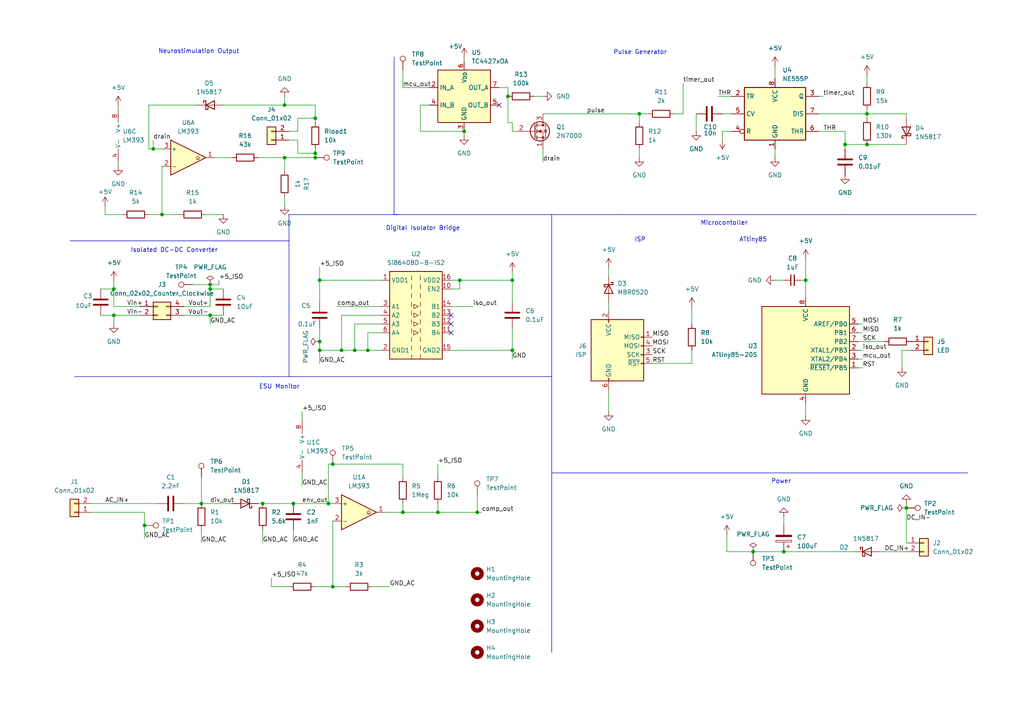
<source format=kicad_sch>
(kicad_sch (version 20250114) (generator "eeschema") (generator_version "9.0")
  (paper "A4")
  (lib_symbols
    (symbol "Comparator:LM393" (pin_names (offset 0.127))
      (property "Reference" "U" (at 3.81 3.81 0))
      (property "Value" "LM393" (at 6.35 -3.81 0))
      (symbol "LM393_1_1"
        (pin input line (at -7.62 2.54 0) (length 2.54) (name "+") (number "3"))
        (pin input line (at -7.62 -2.54 0) (length 2.54) (name "-") (number "2"))
        (pin open_collector line (at 7.62 0 180) (length 2.54) (name "~") (number "1"))
      )
      (symbol "LM393_2_1"
        (pin input line (at -7.62 2.54 0) (length 2.54) (name "+") (number "5"))
        (pin input line (at -7.62 -2.54 0) (length 2.54) (name "-") (number "6"))
        (pin open_collector line (at 7.62 0 180) (length 2.54) (name "~") (number "7"))
      )
      (symbol "LM393_3_1"
        (pin power_in line (at -2.54 7.62 270) (length 3.81) (name "V+") (number "8"))
        (pin power_in line (at -2.54 -7.62 90) (length 3.81) (name "V-") (number "4"))
      )
    )
    (symbol "Connector:AVR-ISP-6" (pin_names (offset 1.016))
      (property "Reference" "J" (at -6.35 11.43 0))
      (property "Value" "AVR-ISP-6" (at 0 11.43 0))
      (symbol "AVR-ISP-6_1_1"
        (pin passive line (at -2.54 12.7 270) (length 2.54) (name "VCC") (number "2"))
        (pin passive line (at -2.54 -10.16 90) (length 2.54) (name "GND") (number "6"))
        (pin passive line (at 10.16 5.08 180) (length 2.54) (name "MISO") (number "1"))
        (pin passive line (at 10.16 2.54 180) (length 2.54) (name "MOSI") (number "4"))
        (pin passive line (at 10.16 0 180) (length 2.54) (name "SCK") (number "3"))
        (pin passive line (at 10.16 -2.54 180) (length 2.54) (name "~{RST}") (number "5"))
      )
    )
    (symbol "Connector:TestPoint" (pin_numbers (hide yes)) (pin_names (offset 0.762) (hide yes))
      (property "Reference" "TP" (at 0 6.858 0))
      (property "Value" "TestPoint" (at 0 5.08 0))
      (symbol "TestPoint_1_1"
        (pin passive line (at 0 0 90) (length 2.54) (name "1") (number "1"))
      )
    )
    (symbol "Connector_Generic:Conn_01x02" (pin_names (offset 1.016) (hide yes))
      (property "Reference" "J" (at 0 2.54 0))
      (property "Value" "Conn_01x02" (at 0 -5.08 0))
      (symbol "Conn_01x02_1_1"
        (pin passive line (at -5.08 0 0) (length 3.81) (name "Pin_1") (number "1"))
        (pin passive line (at -5.08 -2.54 0) (length 3.81) (name "Pin_2") (number "2"))
      )
    )
    (symbol "Connector_Generic:Conn_02x02_Counter_Clockwise" (pin_names (offset 1.016) (hide yes))
      (property "Reference" "J" (at 1.27 2.54 0))
      (property "Value" "Conn_02x02_Counter_Clockwise" (at 1.27 -5.08 0))
      (symbol "Conn_02x02_Counter_Clockwise_1_1"
        (pin passive line (at -5.08 0 0) (length 3.81) (name "Pin_1") (number "1"))
        (pin passive line (at -5.08 -2.54 0) (length 3.81) (name "Pin_2") (number "2"))
        (pin passive line (at 7.62 0 180) (length 3.81) (name "Pin_4") (number "4"))
        (pin passive line (at 7.62 -2.54 180) (length 3.81) (name "Pin_3") (number "3"))
      )
    )
    (symbol "Device:C" (pin_numbers (hide yes)) (pin_names (offset 0.254))
      (property "Reference" "C" (at 0.635 2.54 0))
      (property "Value" "C" (at 0.635 -2.54 0))
      (symbol "C_1_1"
        (pin passive line (at 0 3.81 270) (length 2.794) (name "~") (number "1"))
        (pin passive line (at 0 -3.81 90) (length 2.794) (name "~") (number "2"))
      )
    )
    (symbol "Device:C_Polarized" (pin_numbers (hide yes)) (pin_names (offset 0.254))
      (property "Reference" "C" (at 0.635 2.54 0))
      (property "Value" "C_Polarized" (at 0.635 -2.54 0))
      (symbol "C_Polarized_1_1"
        (pin passive line (at 0 3.81 270) (length 2.794) (name "~") (number "1"))
        (pin passive line (at 0 -3.81 90) (length 2.794) (name "~") (number "2"))
      )
    )
    (symbol "Device:C_Small" (pin_numbers (hide yes)) (pin_names (offset 0.254) (hide yes))
      (property "Reference" "C" (at 0.254 1.778 0))
      (property "Value" "C_Small" (at 0.254 -2.032 0))
      (symbol "C_Small_1_1"
        (pin passive line (at 0 2.54 270) (length 2.032) (name "~") (number "1"))
        (pin passive line (at 0 -2.54 90) (length 2.032) (name "~") (number "2"))
      )
    )
    (symbol "Device:R" (pin_numbers (hide yes)) (pin_names (offset 0))
      (property "Reference" "R" (at 2.032 0 90))
      (property "Value" "R" (at 0 0 90))
      (symbol "R_1_1"
        (pin passive line (at 0 3.81 270) (length 1.27) (name "~") (number "1"))
        (pin passive line (at 0 -3.81 90) (length 1.27) (name "~") (number "2"))
      )
    )
    (symbol "Diode:1N5817" (pin_numbers (hide yes)) (pin_names (offset 1.016) (hide yes))
      (property "Reference" "D" (at 0 2.54 0))
      (property "Value" "1N5817" (at 0 -2.54 0))
      (symbol "1N5817_1_1"
        (pin passive line (at -3.81 0 0) (length 2.54) (name "K") (number "1"))
        (pin passive line (at 3.81 0 180) (length 2.54) (name "A") (number "2"))
      )
    )
    (symbol "Diode:MBR0520" (pin_numbers (hide yes)) (pin_names (offset 1.016) (hide yes))
      (property "Reference" "D" (at 0 2.54 0))
      (property "Value" "MBR0520" (at 0 -2.54 0))
      (symbol "MBR0520_1_1"
        (pin passive line (at -3.81 0 0) (length 2.54) (name "K") (number "1"))
        (pin passive line (at 3.81 0 180) (length 2.54) (name "A") (number "2"))
      )
    )
    (symbol "Driver_FET:TC4427xOA"
      (property "Reference" "U" (at -7.62 8.89 0))
      (property "Value" "TC4427xOA" (at 1.27 8.89 0))
      (symbol "TC4427xOA_1_1"
        (pin input line (at -10.16 2.54 0) (length 2.54) (name "IN_A") (number "2"))
        (pin input line (at -10.16 -2.54 0) (length 2.54) (name "IN_B") (number "4"))
        (pin no_connect line (at -7.62 0 0) (length 2.54) (hide yes) (name "NC") (number "1"))
        (pin power_in line (at 0 10.16 270) (length 2.54) (name "V_{DD}") (number "6"))
        (pin power_in line (at 0 -10.16 90) (length 2.54) (name "GND") (number "3"))
        (pin no_connect line (at 7.62 0 180) (length 2.54) (hide yes) (name "NC") (number "8"))
        (pin output line (at 10.16 2.54 180) (length 2.54) (name "OUT_A") (number "7"))
        (pin output line (at 10.16 -2.54 180) (length 2.54) (name "OUT_B") (number "5"))
      )
    )
    (symbol "Isolator:Si8640BD-B-IS2"
      (property "Reference" "U" (at 0 15.875 0))
      (property "Value" "Si8640BD-B-IS2" (at 0 13.97 0))
      (symbol "Si8640BD-B-IS2_1_1"
        (pin power_in line (at -10.16 10.16 0) (length 2.54) (name "VDD1") (number "1"))
        (pin input line (at -10.16 2.54 0) (length 2.54) (name "A1") (number "3"))
        (pin input line (at -10.16 0 0) (length 2.54) (name "A2") (number "4"))
        (pin input line (at -10.16 -2.54 0) (length 2.54) (name "A3") (number "5"))
        (pin input line (at -10.16 -5.08 0) (length 2.54) (name "A4") (number "6"))
        (pin power_in line (at -10.16 -10.16 0) (length 2.54) (name "GND1") (number "2"))
        (pin passive line (at -10.16 -10.16 0) (length 2.54) (hide yes) (name "GND1") (number "8"))
        (pin no_connect line (at -7.62 7.62 0) (length 2.54) (hide yes) (name "NC") (number "7"))
        (pin power_in line (at 10.16 10.16 180) (length 2.54) (name "VDD2") (number "16"))
        (pin input line (at 10.16 7.62 180) (length 2.54) (name "EN2") (number "10"))
        (pin output line (at 10.16 2.54 180) (length 2.54) (name "B1") (number "14"))
        (pin output line (at 10.16 0 180) (length 2.54) (name "B2") (number "13"))
        (pin output line (at 10.16 -2.54 180) (length 2.54) (name "B3") (number "12"))
        (pin output line (at 10.16 -5.08 180) (length 2.54) (name "B4") (number "11"))
        (pin power_in line (at 10.16 -10.16 180) (length 2.54) (name "GND2") (number "15"))
        (pin passive line (at 10.16 -10.16 180) (length 2.54) (hide yes) (name "GND2") (number "9"))
      )
    )
    (symbol "MCU_Microchip_ATtiny:ATtiny85-20S"
      (property "Reference" "U" (at -12.7 13.97 0))
      (property "Value" "ATtiny85-20S" (at 2.54 -13.97 0))
      (symbol "ATtiny85-20S_1_1"
        (pin power_in line (at 0 15.24 270) (length 2.54) (name "VCC") (number "8"))
        (pin power_in line (at 0 -15.24 90) (length 2.54) (name "GND") (number "4"))
        (pin bidirectional line (at 15.24 7.62 180) (length 2.54) (name "AREF/PB0") (number "5"))
        (pin bidirectional line (at 15.24 5.08 180) (length 2.54) (name "PB1") (number "6"))
        (pin bidirectional line (at 15.24 2.54 180) (length 2.54) (name "PB2") (number "7"))
        (pin bidirectional line (at 15.24 0 180) (length 2.54) (name "XTAL1/PB3") (number "2"))
        (pin bidirectional line (at 15.24 -2.54 180) (length 2.54) (name "XTAL2/PB4") (number "3"))
        (pin bidirectional line (at 15.24 -5.08 180) (length 2.54) (name "~{RESET}/PB5") (number "1"))
      )
    )
    (symbol "Mechanical:MountingHole" (pin_names (offset 1.016)) (in_bom no)
      (property "Reference" "H" (at 0 5.08 0))
      (property "Value" "MountingHole" (at 0 3.175 0))
    )
    (symbol "Timer:NE555P"
      (property "Reference" "U" (at -10.16 8.89 0))
      (property "Value" "NE555P" (at 2.54 8.89 0))
      (symbol "NE555P_0_0"
        (pin power_in line (at 0 10.16 270) (length 2.54) (name "VCC") (number "8"))
        (pin power_in line (at 0 -10.16 90) (length 2.54) (name "GND") (number "1"))
      )
      (symbol "NE555P_1_1"
        (pin input line (at -12.7 5.08 0) (length 3.81) (name "TR") (number "2"))
        (pin input line (at -12.7 0 0) (length 3.81) (name "CV") (number "5"))
        (pin input inverted (at -12.7 -5.08 0) (length 3.81) (name "R") (number "4"))
        (pin output line (at 12.7 5.08 180) (length 3.81) (name "Q") (number "3"))
        (pin input line (at 12.7 0 180) (length 3.81) (name "DIS") (number "7"))
        (pin input line (at 12.7 -5.08 180) (length 3.81) (name "THR") (number "6"))
      )
    )
    (symbol "Transistor_FET:2N7000" (pin_names (hide yes))
      (property "Reference" "Q" (at 5.08 1.905 0))
      (property "Value" "2N7000" (at 5.08 0 0))
      (symbol "2N7000_1_1"
        (pin input line (at -5.08 0 0) (length 2.54) (name "G") (number "2"))
        (pin passive line (at 2.54 5.08 270) (length 2.54) (name "D") (number "3"))
        (pin passive line (at 2.54 -5.08 90) (length 2.54) (name "S") (number "1"))
      )
    )
    (symbol "power:+5V" (power) (pin_numbers (hide yes)) (pin_names (offset 0) (hide yes))
      (property "Value" "+5V" (at 0 3.556 0))
      (symbol "+5V_1_1"
        (pin power_in line (at 0 0 90) (length 0) (name "~") (number "1"))
      )
    )
    (symbol "power:GND" (power) (pin_numbers (hide yes)) (pin_names (offset 0) (hide yes))
      (property "Value" "GND" (at 0 -3.81 0))
      (symbol "GND_1_1"
        (pin power_in line (at 0 0 270) (length 0) (name "~") (number "1"))
      )
    )
    (symbol "power:PWR_FLAG" (power) (pin_numbers (hide yes)) (pin_names (offset 0) (hide yes))
      (property "Value" "PWR_FLAG" (at 0 3.81 0))
      (symbol "PWR_FLAG_0_0"
        (pin power_out line (at 0 0 90) (length 0) (name "~") (number "1"))
      )
    )
  )
  (text "ESU Monitor" (at 81.026 112.268 0) (effects (font (size 1.27 1.27))))
  (text "Pulse Generator" (at 185.674 15.24 0) (effects (font (size 1.27 1.27))))
  (text "Neurostimulation Output" (at 57.658 14.986 0) (effects (font (size 1.27 1.27))))
  (text "Digital Isolator Bridge\n\n" (at 122.682 67.31 0) (effects (font (size 1.27 1.27))))
  (text "Isolated DC-DC Converter" (at 50.546 72.644 0) (effects (font (size 1.27 1.27))))
  (text "Microcontoller" (at 210.058 64.77 0) (effects (font (size 1.27 1.27))))
  (text "ISP" (at 185.674 69.596 0) (effects (font (size 1.27 1.27))))
  (text "Power" (at 226.568 139.7 0) (effects (font (size 1.27 1.27))))
  (text "ATtiny85" (at 218.44 69.596 0) (effects (font (size 1.27 1.27))))
  (junction (at 33.02 83.82))
  (junction (at 99.06 101.6))
  (junction (at 127 148.59))
  (junction (at 102.87 101.6))
  (junction (at 76.2 146.05))
  (junction (at 60.96 82.55))
  (junction (at 138.43 148.59))
  (junction (at 92.71 101.6))
  (junction (at 251.46 41.91))
  (junction (at 148.59 101.6))
  (junction (at 106.68 101.6))
  (junction (at 85.09 146.05))
  (junction (at 227.33 160.02))
  (junction (at 185.42 33.02))
  (junction (at 58.42 146.05))
  (junction (at 33.02 91.44))
  (junction (at 133.35 81.28))
  (junction (at 60.96 83.82))
  (junction (at 91.44 34.29))
  (junction (at 96.52 170.18))
  (junction (at 82.55 30.48))
  (junction (at 147.32 27.94))
  (junction (at 96.52 134.62))
  (junction (at 82.55 45.72))
  (junction (at 46.99 62.23))
  (junction (at 41.91 152.4))
  (junction (at 91.44 44.45))
  (junction (at 60.96 91.44))
  (junction (at 251.46 33.02))
  (junction (at 92.71 99.06))
  (junction (at 245.11 41.91))
  (junction (at 134.62 38.1))
  (junction (at 92.71 81.28))
  (junction (at 218.44 160.02))
  (junction (at 95.25 146.05))
  (junction (at 44.45 43.18))
  (junction (at 91.44 45.72))
  (junction (at 116.84 148.59))
  (junction (at 233.68 81.28))
  (junction (at 148.59 81.28))
  (junction (at 262.89 147.32))
  (no_connect (at 144.78 30.48))
  (no_connect (at 130.81 91.44))
  (no_connect (at 130.81 93.98))
  (no_connect (at 130.81 96.52))
  (wire (pts (xy 82.55 49.53) (xy 82.55 45.72)))
  (wire (pts (xy 91.44 30.48) (xy 91.44 34.29)))
  (wire (pts (xy 86.36 38.1) (xy 86.36 34.29)))
  (wire (pts (xy 189.23 105.41) (xy 200.66 105.41)))
  (wire (pts (xy 116.84 148.59) (xy 127 148.59)))
  (wire (pts (xy 127 148.59) (xy 138.43 148.59)))
  (wire (pts (xy 97.79 88.9) (xy 110.49 88.9)))
  (wire (pts (xy 148.59 101.6) (xy 148.59 104.14)))
  (wire (pts (xy 237.49 38.1) (xy 245.11 38.1)))
  (wire (pts (xy 58.42 146.05) (xy 67.31 146.05)))
  (polyline (pts (xy 160.02 109.22) (xy 160.02 189.23)))
  (wire (pts (xy 227.33 160.02) (xy 247.65 160.02)))
  (wire (pts (xy 96.52 170.18) (xy 100.33 170.18)))
  (wire (pts (xy 233.68 74.93) (xy 233.68 81.28)))
  (wire (pts (xy 99.06 101.6) (xy 102.87 101.6)))
  (polyline (pts (xy 83.82 62.23) (xy 160.02 62.23)))
  (wire (pts (xy 85.09 153.67) (xy 85.09 157.48)))
  (wire (pts (xy 46.99 62.23) (xy 52.07 62.23)))
  (wire (pts (xy 110.49 91.44) (xy 99.06 91.44)))
  (wire (pts (xy 130.81 81.28) (xy 133.35 81.28)))
  (wire (pts (xy 127 146.05) (xy 127 148.59)))
  (wire (pts (xy 148.59 95.25) (xy 148.59 101.6)))
  (wire (pts (xy 121.92 38.1) (xy 134.62 38.1)))
  (wire (pts (xy 227.33 149.86) (xy 227.33 152.4)))
  (wire (pts (xy 92.71 81.28) (xy 110.49 81.28)))
  (wire (pts (xy 60.96 82.55) (xy 60.96 83.82)))
  (wire (pts (xy 121.92 30.48) (xy 121.92 38.1)))
  (wire (pts (xy 200.66 105.41) (xy 200.66 101.6)))
  (wire (pts (xy 107.95 170.18) (xy 113.03 170.18)))
  (wire (pts (xy 29.21 91.44) (xy 33.02 91.44)))
  (wire (pts (xy 110.49 93.98) (xy 102.87 93.98)))
  (wire (pts (xy 250.19 104.14) (xy 248.92 104.14)))
  (polyline (pts (xy 180.34 62.23) (xy 160.02 62.23)))
  (wire (pts (xy 245.11 41.91) (xy 251.46 41.91)))
  (wire (pts (xy 237.49 27.94) (xy 238.76 27.94)))
  (wire (pts (xy 185.42 33.02) (xy 185.42 35.56)))
  (wire (pts (xy 148.59 38.1) (xy 149.86 38.1)))
  (wire (pts (xy 232.41 81.28) (xy 233.68 81.28)))
  (wire (pts (xy 55.88 82.55) (xy 60.96 82.55)))
  (wire (pts (xy 106.68 101.6) (xy 110.49 101.6)))
  (wire (pts (xy 41.91 148.59) (xy 41.91 152.4)))
  (wire (pts (xy 34.29 46.99) (xy 34.29 48.26)))
  (wire (pts (xy 44.45 43.18) (xy 46.99 43.18)))
  (wire (pts (xy 86.36 44.45) (xy 91.44 44.45)))
  (wire (pts (xy 30.48 62.23) (xy 35.56 62.23)))
  (wire (pts (xy 33.02 88.9) (xy 40.64 88.9)))
  (wire (pts (xy 63.5 81.28) (xy 63.5 82.55)))
  (wire (pts (xy 58.42 153.67) (xy 58.42 157.48)))
  (wire (pts (xy 33.02 83.82) (xy 33.02 88.9)))
  (polyline (pts (xy 83.82 69.85) (xy 83.82 109.22)))
  (wire (pts (xy 87.63 119.38) (xy 87.63 121.92)))
  (wire (pts (xy 29.21 83.82) (xy 33.02 83.82)))
  (wire (pts (xy 218.44 160.02) (xy 227.33 160.02)))
  (polyline (pts (xy 180.34 62.23) (xy 243.84 62.23)))
  (wire (pts (xy 248.92 93.98) (xy 250.19 93.98)))
  (wire (pts (xy 92.71 101.6) (xy 92.71 105.41)))
  (wire (pts (xy 34.29 30.48) (xy 34.29 31.75)))
  (wire (pts (xy 130.81 101.6) (xy 148.59 101.6)))
  (wire (pts (xy 111.76 148.59) (xy 116.84 148.59)))
  (wire (pts (xy 58.42 138.43) (xy 58.42 146.05)))
  (wire (pts (xy 248.92 106.68) (xy 250.19 106.68)))
  (wire (pts (xy 130.81 83.82) (xy 133.35 83.82)))
  (wire (pts (xy 43.18 30.48) (xy 57.15 30.48)))
  (wire (pts (xy 92.71 81.28) (xy 92.71 87.63)))
  (wire (pts (xy 85.09 146.05) (xy 95.25 146.05)))
  (wire (pts (xy 195.58 33.02) (xy 198.12 33.02)))
  (wire (pts (xy 116.84 134.62) (xy 96.52 134.62)))
  (wire (pts (xy 26.67 148.59) (xy 41.91 148.59)))
  (polyline (pts (xy 160.02 62.23) (xy 160.02 109.22)))
  (wire (pts (xy 53.34 88.9) (xy 60.96 88.9)))
  (wire (pts (xy 262.89 147.32) (xy 262.89 157.48)))
  (polyline (pts (xy 114.3 16.51) (xy 114.3 62.23)))
  (wire (pts (xy 82.55 57.15) (xy 82.55 59.69)))
  (wire (pts (xy 43.18 30.48) (xy 43.18 43.18)))
  (wire (pts (xy 251.46 33.02) (xy 262.89 33.02)))
  (wire (pts (xy 96.52 134.62) (xy 95.25 134.62)))
  (wire (pts (xy 154.94 27.94) (xy 157.48 27.94)))
  (wire (pts (xy 92.71 77.47) (xy 92.71 81.28)))
  (wire (pts (xy 185.42 43.18) (xy 185.42 45.72)))
  (wire (pts (xy 64.77 30.48) (xy 82.55 30.48)))
  (wire (pts (xy 255.27 160.02) (xy 262.89 160.02)))
  (wire (pts (xy 44.45 40.64) (xy 44.45 43.18)))
  (wire (pts (xy 134.62 38.1) (xy 134.62 39.37)))
  (wire (pts (xy 147.32 25.4) (xy 147.32 27.94)))
  (wire (pts (xy 33.02 91.44) (xy 40.64 91.44)))
  (wire (pts (xy 86.36 34.29) (xy 91.44 34.29)))
  (wire (pts (xy 233.68 116.84) (xy 233.68 120.65)))
  (wire (pts (xy 59.69 62.23) (xy 64.77 62.23)))
  (wire (pts (xy 262.89 146.05) (xy 262.89 147.32)))
  (wire (pts (xy 210.82 160.02) (xy 218.44 160.02)))
  (polyline (pts (xy 160.02 137.16) (xy 280.67 137.16)))
  (wire (pts (xy 224.79 43.18) (xy 224.79 45.72)))
  (wire (pts (xy 92.71 101.6) (xy 99.06 101.6)))
  (wire (pts (xy 208.28 27.94) (xy 212.09 27.94)))
  (wire (pts (xy 83.82 40.64) (xy 86.36 40.64)))
  (wire (pts (xy 76.2 146.05) (xy 85.09 146.05)))
  (wire (pts (xy 83.82 38.1) (xy 86.36 38.1)))
  (wire (pts (xy 91.44 43.18) (xy 91.44 44.45)))
  (wire (pts (xy 157.48 43.18) (xy 157.48 46.99)))
  (wire (pts (xy 176.53 77.47) (xy 176.53 80.01)))
  (wire (pts (xy 74.93 45.72) (xy 82.55 45.72)))
  (wire (pts (xy 130.81 88.9) (xy 137.16 88.9)))
  (wire (pts (xy 147.32 27.94) (xy 147.32 35.56)))
  (wire (pts (xy 198.12 33.02) (xy 198.12 24.13)))
  (wire (pts (xy 91.44 45.72) (xy 82.55 45.72)))
  (wire (pts (xy 148.59 81.28) (xy 148.59 87.63)))
  (wire (pts (xy 147.32 35.56) (xy 148.59 35.56)))
  (wire (pts (xy 264.16 101.6) (xy 261.62 101.6)))
  (polyline (pts (xy 20.32 69.85) (xy 83.82 69.85)))
  (wire (pts (xy 91.44 44.45) (xy 91.44 45.72)))
  (wire (pts (xy 133.35 81.28) (xy 133.35 83.82)))
  (wire (pts (xy 43.18 43.18) (xy 44.45 43.18)))
  (wire (pts (xy 91.44 170.18) (xy 96.52 170.18)))
  (wire (pts (xy 245.11 38.1) (xy 245.11 41.91)))
  (wire (pts (xy 86.36 40.64) (xy 86.36 44.45)))
  (wire (pts (xy 148.59 78.74) (xy 148.59 81.28)))
  (wire (pts (xy 251.46 33.02) (xy 251.46 34.29)))
  (wire (pts (xy 33.02 81.28) (xy 33.02 83.82)))
  (wire (pts (xy 26.67 146.05) (xy 45.72 146.05)))
  (wire (pts (xy 201.93 33.02) (xy 201.93 38.1)))
  (wire (pts (xy 233.68 81.28) (xy 233.68 86.36)))
  (wire (pts (xy 124.46 30.48) (xy 121.92 30.48)))
  (wire (pts (xy 74.93 146.05) (xy 76.2 146.05)))
  (wire (pts (xy 251.46 21.59) (xy 251.46 24.13)))
  (wire (pts (xy 261.62 101.6) (xy 261.62 106.68)))
  (wire (pts (xy 245.11 43.18) (xy 245.11 41.91)))
  (wire (pts (xy 96.52 151.13) (xy 96.52 170.18)))
  (wire (pts (xy 148.59 35.56) (xy 148.59 38.1)))
  (wire (pts (xy 78.74 167.64) (xy 78.74 170.18)))
  (wire (pts (xy 102.87 93.98) (xy 102.87 101.6)))
  (wire (pts (xy 53.34 91.44) (xy 60.96 91.44)))
  (wire (pts (xy 224.79 81.28) (xy 227.33 81.28)))
  (wire (pts (xy 76.2 153.67) (xy 76.2 157.48)))
  (wire (pts (xy 209.55 38.1) (xy 209.55 40.64)))
  (wire (pts (xy 99.06 91.44) (xy 99.06 101.6)))
  (wire (pts (xy 209.55 33.02) (xy 212.09 33.02)))
  (wire (pts (xy 33.02 91.44) (xy 33.02 93.98)))
  (wire (pts (xy 133.35 81.28) (xy 148.59 81.28)))
  (wire (pts (xy 248.92 99.06) (xy 256.54 99.06)))
  (wire (pts (xy 95.25 134.62) (xy 95.25 146.05)))
  (wire (pts (xy 138.43 143.51) (xy 138.43 148.59)))
  (wire (pts (xy 41.91 152.4) (xy 41.91 156.21)))
  (wire (pts (xy 237.49 33.02) (xy 251.46 33.02)))
  (polyline (pts (xy 21.59 109.22) (xy 160.02 109.22)))
  (wire (pts (xy 62.23 45.72) (xy 67.31 45.72)))
  (wire (pts (xy 212.09 38.1) (xy 209.55 38.1)))
  (wire (pts (xy 262.89 33.02) (xy 262.89 34.29)))
  (wire (pts (xy 60.96 91.44) (xy 60.96 93.98)))
  (wire (pts (xy 92.71 95.25) (xy 92.71 99.06)))
  (wire (pts (xy 78.74 170.18) (xy 83.82 170.18)))
  (wire (pts (xy 116.84 25.4) (xy 124.46 25.4)))
  (wire (pts (xy 157.48 33.02) (xy 185.42 33.02)))
  (wire (pts (xy 102.87 101.6) (xy 106.68 101.6)))
  (wire (pts (xy 95.25 146.05) (xy 96.52 146.05)))
  (wire (pts (xy 251.46 31.75) (xy 251.46 33.02)))
  (wire (pts (xy 248.92 101.6) (xy 250.19 101.6)))
  (wire (pts (xy 251.46 41.91) (xy 262.89 41.91)))
  (wire (pts (xy 248.92 96.52) (xy 250.19 96.52)))
  (wire (pts (xy 64.77 83.82) (xy 60.96 83.82)))
  (wire (pts (xy 134.62 16.51) (xy 134.62 17.78)))
  (wire (pts (xy 200.66 88.9) (xy 200.66 93.98)))
  (wire (pts (xy 87.63 137.16) (xy 87.63 140.97)))
  (wire (pts (xy 127 134.62) (xy 127 138.43)))
  (wire (pts (xy 116.84 146.05) (xy 116.84 148.59)))
  (wire (pts (xy 144.78 25.4) (xy 147.32 25.4)))
  (wire (pts (xy 116.84 138.43) (xy 116.84 134.62)))
  (wire (pts (xy 176.53 113.03) (xy 176.53 119.38)))
  (wire (pts (xy 210.82 154.94) (xy 210.82 160.02)))
  (wire (pts (xy 224.79 19.05) (xy 224.79 22.86)))
  (wire (pts (xy 60.96 83.82) (xy 60.96 88.9)))
  (polyline (pts (xy 114.3 62.23) (xy 115.57 62.23)))
  (wire (pts (xy 110.49 96.52) (xy 106.68 96.52)))
  (wire (pts (xy 60.96 91.44) (xy 64.77 91.44)))
  (wire (pts (xy 106.68 96.52) (xy 106.68 101.6)))
  (polyline (pts (xy 83.82 69.85) (xy 83.82 62.23)))
  (wire (pts (xy 92.71 99.06) (xy 92.71 101.6)))
  (wire (pts (xy 46.99 48.26) (xy 46.99 62.23)))
  (wire (pts (xy 82.55 27.94) (xy 82.55 30.48)))
  (wire (pts (xy 176.53 87.63) (xy 176.53 90.17)))
  (wire (pts (xy 138.43 148.59) (xy 139.7 148.59)))
  (wire (pts (xy 63.5 82.55) (xy 60.96 82.55)))
  (wire (pts (xy 82.55 30.48) (xy 91.44 30.48)))
  (wire (pts (xy 53.34 146.05) (xy 58.42 146.05)))
  (wire (pts (xy 43.18 62.23) (xy 46.99 62.23)))
  (wire (pts (xy 187.96 33.02) (xy 185.42 33.02)))
  (wire (pts (xy 116.84 20.32) (xy 116.84 25.4)))
  (polyline (pts (xy 243.84 62.23) (xy 283.21 62.23)))
  (wire (pts (xy 30.48 59.69) (xy 30.48 62.23)))
  (wire (pts (xy 91.44 34.29) (xy 91.44 35.56)))
  (label "Vout+" (at 54.61 88.9 0))
  (label "Vout-" (at 54.61 91.44 0))
  (label "MISO" (at 250.19 96.52 0))
  (label "+5_ISO" (at 63.5 81.28 0))
  (label "MISO" (at 189.23 97.79 0))
  (label "GND_AC" (at 87.63 140.97 0))
  (label "drain" (at 157.48 46.99 0))
  (label "iso_out" (at 137.16 88.9 0))
  (label "GND_AC" (at 76.2 157.48 0))
  (label "env_out" (at 87.63 146.05 0))
  (label "THR" (at 238.76 38.1 0))
  (label "mcu_out" (at 250.19 104.14 0))
  (label "RST" (at 250.19 106.68 0))
  (label "RST" (at 189.23 105.41 0))
  (label "div_out" (at 60.96 146.05 0))
  (label "AC_IN+" (at 30.48 146.05 0))
  (label "MOSI" (at 189.23 100.33 0))
  (label "+5_ISO" (at 127 134.62 0))
  (label "SCK" (at 189.23 102.87 0))
  (label "GND_AC" (at 60.96 93.98 0))
  (label "SCK" (at 250.19 99.06 0))
  (label "DC_IN-" (at 262.89 151.13 0))
  (label "GND" (at 148.59 104.14 0))
  (label "comp_out" (at 97.79 88.9 0))
  (label "GND_AC" (at 113.03 170.18 0))
  (label "Vin-" (at 36.83 91.44 0))
  (label "+5_ISO" (at 92.71 77.47 0))
  (label "mcu_out" (at 116.84 25.4 0))
  (label "+5_ISO" (at 78.74 167.64 0))
  (label "pulse" (at 170.18 33.02 0))
  (label "MOSI" (at 250.19 93.98 0))
  (label "+5_ISO" (at 87.63 119.38 0))
  (label "GND_AC" (at 58.42 157.48 0))
  (label "timer_out" (at 198.12 24.13 0))
  (label "DC_IN+" (at 256.54 160.02 0))
  (label "GND_AC" (at 41.91 156.21 0))
  (label "comp_out" (at 139.7 148.59 0))
  (label "timer_out" (at 238.76 27.94 0))
  (label "THR" (at 208.28 27.94 0))
  (label "Vin+" (at 36.83 88.9 0))
  (label "GND_AC" (at 92.71 105.41 0))
  (label "drain" (at 44.45 40.64 0))
  (label "GND_AC" (at 85.09 157.48 0))
  (label "iso_out" (at 250.19 101.6 0))
  (symbol (lib_id "Device:C") (at 148.59 91.44 0) (unit 1)
    (property "Reference" "C6" (at 152.4 90.1699 0) (effects (justify left)))
    (property "Value" "0.1uF" (at 152.4 92.7099 0) (effects (justify left)))
    (property "Footprint" "Capacitor_THT:C_Disc_D4.7mm_W2.5mm_P5.00mm" (effects (hide yes)))
    (property "Description" "Unpolarized capacitor" (effects (hide yes)))
  )
  (symbol (lib_id "Connector:TestPoint") (at 55.88 82.55 90) (unit 1)
    (property "Reference" "TP4" (at 52.578 77.47 90))
    (property "Value" "TestPoint" (at 52.578 80.01 90))
    (property "Footprint" "TestPoint:TestPoint_Pad_D1.5mm" (effects (hide yes)))
    (property "Description" "test point" (effects (hide yes)))
  )
  (symbol (lib_id "Comparator:LM393") (at 36.83 39.37 0) (unit 3)
    (property "Reference" "U6" (at 35.56 38.0999 0) (effects (justify left)))
    (property "Value" "LM393" (at 35.56 40.6399 0) (effects (justify left)))
    (property "Footprint" "Package_DIP:DIP-8_W7.62mm" (effects (hide yes)))
    (property "Datasheet" "http://www.ti.com/lit/ds/symlink/lm393.pdf" (effects (hide yes)))
    (property "Description" "Low-Power, Low-Offset Voltage, Dual Comparators, DIP-8/SOIC-8/TO-99-8" (effects (hide yes)))
  )
  (symbol (lib_id "power:GND") (at 33.02 93.98 0) (unit 1)
    (property "Reference" "#PWR01" (effects (hide yes)))
    (property "Value" "GND" (at 33.02 99.06 0))
    (property "Description" "Power symbol creates a global label with name \"GND\" , ground" (effects (hide yes)))
  )
  (symbol (lib_id "Connector:TestPoint") (at 262.89 147.32 270) (unit 1)
    (property "Reference" "TP2" (at 267.97 146.0499 90) (effects (justify left)))
    (property "Value" "TestPoint" (at 267.97 148.5899 90) (effects (justify left)))
    (property "Footprint" "TestPoint:TestPoint_Pad_D1.5mm" (effects (hide yes)))
    (property "Description" "test point" (effects (hide yes)))
  )
  (symbol (lib_id "power:PWR_FLAG") (at 262.89 147.32 90) (unit 1)
    (property "Reference" "#FLG04" (effects (hide yes)))
    (property "Value" "PWR_FLAG" (at 259.08 147.3199 90) (effects (justify left)))
    (property "Description" "Special symbol for telling ERC where power comes from" (effects (hide yes)))
  )
  (symbol (lib_id "power:+5V") (at 30.48 59.69 0) (unit 1)
    (property "Reference" "#PWR026" (effects (hide yes)))
    (property "Value" "+5V" (at 30.48 55.626 0))
    (property "Description" "Power symbol creates a global label with name \"+5V\"" (effects (hide yes)))
  )
  (symbol (lib_id "Connector_Generic:Conn_02x02_Counter_Clockwise") (at 45.72 88.9 0) (unit 1)
    (property "Reference" "J3" (at 46.99 82.55 0))
    (property "Value" "Conn_02x02_Counter_Clockwise" (at 46.99 85.09 0))
    (property "Footprint" "Connector_PinHeader_2.54mm:PinHeader_1x04_P2.54mm_Vertical" (effects (hide yes)))
    (property "Description" "Generic connector, double row, 02x02, counter clockwise pin numbering scheme (similar to DIP package numbering), script generated (kicad-library-utils/schlib/autogen/connector/)" (effects (hide yes)))
  )
  (symbol (lib_id "Diode:1N5817") (at 262.89 38.1 90) (unit 1)
    (property "Reference" "D4" (at 265.43 37.1474 90) (effects (justify right)))
    (property "Value" "1N5817" (at 265.43 39.6874 90) (effects (justify right)))
    (property "Footprint" "Diode_THT:D_DO-41_SOD81_P10.16mm_Horizontal" (effects (hide yes)))
    (property "Datasheet" "http://www.vishay.com/docs/88525/1n5817.pdf" (effects (hide yes)))
    (property "Description" "20V 1A Schottky Barrier Rectifier Diode, DO-41" (effects (hide yes)))
  )
  (symbol (lib_id "power:GND") (at 233.68 120.65 0) (unit 1)
    (property "Reference" "#PWR010" (effects (hide yes)))
    (property "Value" "GND" (at 233.68 125.73 0))
    (property "Description" "Power symbol creates a global label with name \"GND\" , ground" (effects (hide yes)))
  )
  (symbol (lib_id "power:GND") (at 245.11 50.8 0) (unit 1)
    (property "Reference" "#PWR018" (effects (hide yes)))
    (property "Value" "GND" (at 245.11 55.88 0))
    (property "Description" "Power symbol creates a global label with name \"GND\" , ground" (effects (hide yes)))
  )
  (symbol (lib_id "power:PWR_FLAG") (at 218.44 160.02 0) (unit 1)
    (property "Reference" "#FLG03" (effects (hide yes)))
    (property "Value" "PWR_FLAG" (at 218.44 154.94 0))
    (property "Description" "Special symbol for telling ERC where power comes from" (effects (hide yes)))
  )
  (symbol (lib_id "Device:C") (at 49.53 146.05 90) (unit 1)
    (property "Reference" "C1" (at 49.53 138.43 90))
    (property "Value" "2.2nF" (at 49.53 140.97 90))
    (property "Footprint" "Capacitor_THT:C_Disc_D4.7mm_W2.5mm_P5.00mm" (effects (hide yes)))
    (property "Description" "Unpolarized capacitor" (effects (hide yes)))
  )
  (symbol (lib_id "Diode:1N5817") (at 71.12 146.05 180) (unit 1)
    (property "Reference" "D1" (at 71.4375 139.7 0))
    (property "Value" "1N5817" (at 71.4375 142.24 0))
    (property "Footprint" "Diode_THT:D_DO-41_SOD81_P10.16mm_Horizontal" (effects (hide yes)))
    (property "Datasheet" "http://www.vishay.com/docs/88525/1n5817.pdf" (effects (hide yes)))
    (property "Description" "20V 1A Schottky Barrier Rectifier Diode, DO-41" (effects (hide yes)))
  )
  (symbol (lib_id "Device:R") (at 71.12 45.72 90) (unit 1)
    (property "Reference" "R16" (at 71.12 39.37 90))
    (property "Value" "43k" (at 71.12 41.91 90))
    (property "Footprint" "Resistor_THT:R_Axial_DIN0207_L6.3mm_D2.5mm_P10.16mm_Horizontal" (effects (hide yes)))
    (property "Description" "Resistor" (effects (hide yes)))
  )
  (symbol (lib_id "Device:C") (at 85.09 149.86 0) (unit 1)
    (property "Reference" "C2" (at 88.9 148.5899 0) (effects (justify left)))
    (property "Value" "1nF" (at 88.9 151.1299 0) (effects (justify left)))
    (property "Footprint" "Capacitor_THT:C_Disc_D4.7mm_W2.5mm_P5.00mm" (effects (hide yes)))
    (property "Description" "Unpolarized capacitor" (effects (hide yes)))
  )
  (symbol (lib_id "Device:C") (at 29.21 87.63 180) (unit 1)
    (property "Reference" "C3" (at 24.13 85.852 0) (effects (justify right)))
    (property "Value" "10uF" (at 21.844 88.646 0) (effects (justify right)))
    (property "Footprint" "Capacitor_THT:C_Disc_D4.7mm_W2.5mm_P5.00mm" (effects (hide yes)))
    (property "Description" "Unpolarized capacitor" (effects (hide yes)))
  )
  (symbol (lib_id "Device:R") (at 55.88 62.23 90) (unit 1)
    (property "Reference" "R15" (at 55.88 55.88 90))
    (property "Value" "1k" (at 55.88 58.42 90))
    (property "Footprint" "Resistor_THT:R_Axial_DIN0207_L6.3mm_D2.5mm_P10.16mm_Horizontal" (effects (hide yes)))
    (property "Description" "Resistor" (effects (hide yes)))
  )
  (symbol (lib_id "Connector_Generic:Conn_01x02") (at 267.97 157.48 0) (unit 1)
    (property "Reference" "J2" (at 270.51 157.4799 0) (effects (justify left)))
    (property "Value" "Conn_01x02" (at 270.51 160.0199 0) (effects (justify left)))
    (property "Footprint" "Connector_PinHeader_2.54mm:PinHeader_1x02_P2.54mm_Vertical" (effects (hide yes)))
    (property "Description" "Generic connector, single row, 01x02, script generated (kicad-library-utils/schlib/autogen/connector/)" (effects (hide yes)))
  )
  (symbol (lib_id "power:+5V") (at 34.29 30.48 0) (unit 1)
    (property "Reference" "#PWR024" (effects (hide yes)))
    (property "Value" "+5V" (at 34.29 25.4 0))
    (property "Description" "Power symbol creates a global label with name \"+5V\"" (effects (hide yes)))
  )
  (symbol (lib_id "power:GND") (at 201.93 38.1 0) (unit 1)
    (property "Reference" "#PWR030" (effects (hide yes)))
    (property "Value" "GND" (at 201.93 43.18 0))
    (property "Description" "Power symbol creates a global label with name \"GND\" , ground" (effects (hide yes)))
  )
  (symbol (lib_id "Device:R") (at 185.42 39.37 180) (unit 1)
    (property "Reference" "R12" (at 187.96 38.0999 0) (effects (justify right)))
    (property "Value" "1k" (at 187.96 40.6399 0) (effects (justify right)))
    (property "Footprint" "Resistor_THT:R_Axial_DIN0207_L6.3mm_D2.5mm_P10.16mm_Horizontal" (effects (hide yes)))
    (property "Description" "Resistor" (effects (hide yes)))
  )
  (symbol (lib_id "Mechanical:MountingHole") (at 138.43 166.37 0) (unit 1) (in_bom no)
    (property "Reference" "H1" (at 140.97 165.0999 0) (effects (justify left)))
    (property "Value" "MountingHole" (at 140.97 167.6399 0) (effects (justify left)))
    (property "Footprint" "MountingHole:MountingHole_3.2mm_M3" (effects (hide yes)))
    (property "Description" "Mounting Hole without connection" (effects (hide yes)))
  )
  (symbol (lib_id "power:GND") (at 224.79 45.72 0) (unit 1)
    (property "Reference" "#PWR013" (effects (hide yes)))
    (property "Value" "GND" (at 224.79 50.8 0))
    (property "Description" "Power symbol creates a global label with name \"GND\" , ground" (effects (hide yes)))
  )
  (symbol (lib_id "power:GND") (at 157.48 27.94 90) (unit 1)
    (property "Reference" "#PWR023" (effects (hide yes)))
    (property "Value" "GND" (at 161.29 27.9399 90) (effects (justify right)))
    (property "Description" "Power symbol creates a global label with name \"GND\" , ground" (effects (hide yes)))
  )
  (symbol (lib_id "power:GND") (at 134.62 39.37 0) (unit 1)
    (property "Reference" "#PWR022" (effects (hide yes)))
    (property "Value" "GND" (at 134.62 44.45 0))
    (property "Description" "Power symbol creates a global label with name \"GND\" , ground" (effects (hide yes)))
  )
  (symbol (lib_id "Connector_Generic:Conn_01x02") (at 21.59 148.59 180) (unit 1)
    (property "Reference" "J1" (at 21.59 139.7 0))
    (property "Value" "Conn_01x02" (at 21.59 142.24 0))
    (property "Footprint" "Connector_PinHeader_2.54mm:PinHeader_1x02_P2.54mm_Vertical" (effects (hide yes)))
    (property "Description" "Generic connector, single row, 01x02, script generated (kicad-library-utils/schlib/autogen/connector/)" (effects (hide yes)))
  )
  (symbol (lib_id "power:GND") (at 185.42 45.72 0) (unit 1)
    (property "Reference" "#PWR020" (effects (hide yes)))
    (property "Value" "GND" (at 185.42 50.8 0))
    (property "Description" "Power symbol creates a global label with name \"GND\" , ground" (effects (hide yes)))
  )
  (symbol (lib_id "Connector:TestPoint") (at 96.52 134.62 0) (unit 1)
    (property "Reference" "TP5" (at 99.06 130.0479 0) (effects (justify left)))
    (property "Value" "TestPoint" (at 99.06 132.5879 0) (effects (justify left)))
    (property "Footprint" "TestPoint:TestPoint_Pad_D1.5mm" (effects (hide yes)))
    (property "Description" "test point" (effects (hide yes)))
  )
  (symbol (lib_id "power:+5V") (at 233.68 74.93 0) (unit 1)
    (property "Reference" "#PWR09" (effects (hide yes)))
    (property "Value" "+5V" (at 233.68 69.85 0))
    (property "Description" "Power symbol creates a global label with name \"+5V\"" (effects (hide yes)))
  )
  (symbol (lib_id "Device:R") (at 251.46 38.1 0) (unit 1)
    (property "Reference" "R10" (at 254 36.8299 0) (effects (justify left)))
    (property "Value" "130k" (at 254 39.3699 0) (effects (justify left)))
    (property "Footprint" "Resistor_THT:R_Axial_DIN0207_L6.3mm_D2.5mm_P10.16mm_Horizontal" (effects (hide yes)))
    (property "Description" "Resistor" (effects (hide yes)))
  )
  (symbol (lib_id "power:GND") (at 82.55 59.69 0) (unit 1)
    (property "Reference" "#PWR028" (effects (hide yes)))
    (property "Value" "GND" (at 82.55 64.77 0))
    (property "Description" "Power symbol creates a global label with name \"GND\" , ground" (effects (hide yes)))
  )
  (symbol (lib_id "power:+5V") (at 224.79 19.05 0) (unit 1)
    (property "Reference" "#PWR014" (effects (hide yes)))
    (property "Value" "+5V" (at 224.79 13.97 0))
    (property "Description" "Power symbol creates a global label with name \"+5V\"" (effects (hide yes)))
  )
  (symbol (lib_id "Device:R") (at 82.55 53.34 0) (unit 1)
    (property "Reference" "R17" (at 88.9 53.34 90))
    (property "Value" "1k" (at 86.36 53.34 90))
    (property "Footprint" "Resistor_THT:R_Axial_DIN0207_L6.3mm_D2.5mm_P10.16mm_Horizontal" (effects (hide yes)))
    (property "Description" "Resistor" (effects (hide yes)))
  )
  (symbol (lib_id "Mechanical:MountingHole") (at 138.43 173.99 0) (unit 1) (in_bom no)
    (property "Reference" "H2" (at 140.97 172.7199 0) (effects (justify left)))
    (property "Value" "MountingHole" (at 140.97 175.2599 0) (effects (justify left)))
    (property "Footprint" "MountingHole:MountingHole_3.2mm_M3" (effects (hide yes)))
    (property "Description" "Mounting Hole without connection" (effects (hide yes)))
  )
  (symbol (lib_id "Device:R") (at 39.37 62.23 90) (unit 1)
    (property "Reference" "R14" (at 39.37 55.88 90))
    (property "Value" "5k" (at 39.37 58.42 90))
    (property "Footprint" "Resistor_THT:R_Axial_DIN0207_L6.3mm_D2.5mm_P10.16mm_Horizontal" (effects (hide yes)))
    (property "Description" "Resistor" (effects (hide yes)))
  )
  (symbol (lib_id "Device:R") (at 87.63 170.18 90) (unit 1)
    (property "Reference" "R4" (at 87.63 163.83 90))
    (property "Value" "47k" (at 87.63 166.37 90))
    (property "Footprint" "Resistor_THT:R_Axial_DIN0207_L6.3mm_D2.5mm_P10.16mm_Horizontal" (effects (hide yes)))
    (property "Description" "Resistor" (effects (hide yes)))
  )
  (symbol (lib_id "power:GND") (at 261.62 106.68 0) (unit 1)
    (property "Reference" "#PWR012" (effects (hide yes)))
    (property "Value" "GND" (at 261.62 111.76 0))
    (property "Description" "Power symbol creates a global label with name \"GND\" , ground" (effects (hide yes)))
  )
  (symbol (lib_id "Device:R") (at 200.66 97.79 0) (unit 1)
    (property "Reference" "R8" (at 203.2 96.5199 0) (effects (justify left)))
    (property "Value" "10k" (at 203.2 99.0599 0) (effects (justify left)))
    (property "Footprint" "Resistor_THT:R_Axial_DIN0207_L6.3mm_D2.5mm_P10.16mm_Horizontal" (effects (hide yes)))
    (property "Description" "Resistor" (effects (hide yes)))
  )
  (symbol (lib_id "power:+5V") (at 148.59 78.74 0) (unit 1)
    (property "Reference" "#PWR07" (effects (hide yes)))
    (property "Value" "+5V" (at 148.59 73.66 0))
    (property "Description" "Power symbol creates a global label with name \"+5V\"" (effects (hide yes)))
  )
  (symbol (lib_id "Device:C") (at 245.11 46.99 0) (unit 1)
    (property "Reference" "C9" (at 248.92 45.7199 0) (effects (justify left)))
    (property "Value" "0.01uF" (at 248.92 48.2599 0) (effects (justify left)))
    (property "Footprint" "Capacitor_THT:C_Disc_D4.7mm_W2.5mm_P5.00mm" (effects (hide yes)))
    (property "Description" "Unpolarized capacitor" (effects (hide yes)))
  )
  (symbol (lib_id "power:GND") (at 176.53 119.38 0) (unit 1)
    (property "Reference" "#PWR015" (effects (hide yes)))
    (property "Value" "GND" (at 176.53 124.46 0))
    (property "Description" "Power symbol creates a global label with name \"GND\" , ground" (effects (hide yes)))
  )
  (symbol (lib_id "power:+5V") (at 210.82 154.94 0) (unit 1)
    (property "Reference" "#PWR05" (effects (hide yes)))
    (property "Value" "+5V" (at 210.82 149.86 0))
    (property "Description" "Power symbol creates a global label with name \"+5V\"" (effects (hide yes)))
  )
  (symbol (lib_id "power:GND") (at 262.89 146.05 180) (unit 1)
    (property "Reference" "#PWR02" (effects (hide yes)))
    (property "Value" "GND" (at 262.89 140.97 0))
    (property "Description" "Power symbol creates a global label with name \"GND\" , ground" (effects (hide yes)))
  )
  (symbol (lib_id "power:GND") (at 227.33 149.86 180) (unit 1)
    (property "Reference" "#PWR04" (effects (hide yes)))
    (property "Value" "GND" (at 227.33 144.78 0))
    (property "Description" "Power symbol creates a global label with name \"GND\" , ground" (effects (hide yes)))
  )
  (symbol (lib_id "Connector_Generic:Conn_01x02") (at 269.24 99.06 0) (unit 1)
    (property "Reference" "J5" (at 271.78 99.0599 0) (effects (justify left)))
    (property "Value" "LED" (at 271.78 101.5999 0) (effects (justify left)))
    (property "Footprint" "Connector_Molex:Molex_KK-254_AE-6410-02A_1x02_P2.54mm_Vertical" (effects (hide yes)))
    (property "Description" "Generic connector, single row, 01x02, script generated (kicad-library-utils/schlib/autogen/connector/)" (effects (hide yes)))
  )
  (symbol (lib_id "Driver_FET:TC4427xOA") (at 134.62 27.94 0) (unit 1)
    (property "Reference" "U5" (at 136.7633 15.24 0) (effects (justify left)))
    (property "Value" "TC4427xOA" (at 136.7633 17.78 0) (effects (justify left)))
    (property "Footprint" "Package_SO:SOIC-8_3.9x4.9mm_P1.27mm" (effects (hide yes)))
    (property "Datasheet" "https://ww1.microchip.com/downloads/en/DeviceDoc/20001422G.pdf" (effects (hide yes)))
    (property "Description" "1.5A Dual High-Speed Power MOSFET Drivers, 4.5..18V supply, TTL/CMOS compatible inputs, non-inverting drivers, SOIC-8" (effects (hide yes)))
  )
  (symbol (lib_id "Device:C") (at 92.71 91.44 0) (unit 1)
    (property "Reference" "C5" (at 87.376 88.646 0) (effects (justify left)))
    (property "Value" "0.1uF" (at 86.36 93.98 0) (effects (justify left)))
    (property "Footprint" "Capacitor_THT:C_Disc_D4.7mm_W2.5mm_P5.00mm" (effects (hide yes)))
    (property "Description" "Unpolarized capacitor" (effects (hide yes)))
  )
  (symbol (lib_id "Connector:TestPoint") (at 218.44 160.02 180) (unit 1)
    (property "Reference" "TP3" (at 220.98 162.0519 0) (effects (justify right)))
    (property "Value" "TestPoint" (at 220.98 164.5919 0) (effects (justify right)))
    (property "Footprint" "TestPoint:TestPoint_Pad_D1.5mm" (effects (hide yes)))
    (property "Description" "test point" (effects (hide yes)))
  )
  (symbol (lib_id "power:GND") (at 34.29 48.26 0) (unit 1)
    (property "Reference" "#PWR025" (effects (hide yes)))
    (property "Value" "GND" (at 34.29 53.34 0))
    (property "Description" "Power symbol creates a global label with name \"GND\" , ground" (effects (hide yes)))
  )
  (symbol (lib_id "power:GND") (at 64.77 62.23 0) (unit 1)
    (property "Reference" "#PWR027" (effects (hide yes)))
    (property "Value" "GND" (at 64.77 67.31 0))
    (property "Description" "Power symbol creates a global label with name \"GND\" , ground" (effects (hide yes)))
  )
  (symbol (lib_id "Comparator:LM393") (at 54.61 45.72 0) (unit 1)
    (property "Reference" "U6" (at 54.61 35.56 0))
    (property "Value" "LM393" (at 54.61 38.1 0))
    (property "Footprint" "Package_DIP:DIP-8_W7.62mm" (effects (hide yes)))
    (property "Datasheet" "http://www.ti.com/lit/ds/symlink/lm393.pdf" (effects (hide yes)))
    (property "Description" "Low-Power, Low-Offset Voltage, Dual Comparators, DIP-8/SOIC-8/TO-99-8" (effects (hide yes)))
  )
  (symbol (lib_id "power:PWR_FLAG") (at 60.96 82.55 0) (unit 1)
    (property "Reference" "#FLG01" (effects (hide yes)))
    (property "Value" "PWR_FLAG" (at 60.96 77.47 0))
    (property "Description" "Special symbol for telling ERC where power comes from" (effects (hide yes)))
  )
  (symbol (lib_id "Device:R") (at 191.77 33.02 90) (unit 1)
    (property "Reference" "R11" (at 191.77 26.67 90))
    (property "Value" "2k" (at 191.77 29.21 90))
    (property "Footprint" "Resistor_THT:R_Axial_DIN0207_L6.3mm_D2.5mm_P10.16mm_Horizontal" (effects (hide yes)))
    (property "Description" "Resistor" (effects (hide yes)))
  )
  (symbol (lib_id "Connector_Generic:Conn_01x02") (at 78.74 40.64 180) (unit 1)
    (property "Reference" "J4" (at 78.74 31.75 0))
    (property "Value" "Conn_01x02" (at 78.74 34.29 0))
    (property "Footprint" "Connector_PinHeader_2.54mm:PinHeader_1x02_P2.54mm_Vertical" (effects (hide yes)))
    (property "Description" "Generic connector, single row, 01x02, script generated (kicad-library-utils/schlib/autogen/connector/)" (effects (hide yes)))
  )
  (symbol (lib_id "Transistor_FET:2N7000") (at 154.94 38.1 0) (unit 1)
    (property "Reference" "Q1" (at 161.29 36.8299 0) (effects (justify left)))
    (property "Value" "2N7000" (at 161.29 39.3699 0) (effects (justify left)))
    (property "Footprint" "Package_TO_SOT_THT:TO-92_Inline" (effects (hide yes)))
    (property "Datasheet" "https://www.vishay.com/docs/70226/70226.pdf" (effects (hide yes)))
    (property "Description" "0.2A Id, 200V Vds, N-Channel MOSFET, 2.6V Logic Level, TO-92" (effects (hide yes)))
  )
  (symbol (lib_id "Device:R") (at 91.44 39.37 0) (unit 1)
    (property "Reference" "Rload1" (at 93.98 38.0999 0) (effects (justify left)))
    (property "Value" "10k" (at 93.98 40.6399 0) (effects (justify left)))
    (property "Footprint" "Resistor_THT:R_Axial_DIN0207_L6.3mm_D2.5mm_P10.16mm_Horizontal" (effects (hide yes)))
    (property "Description" "Resistor" (effects (hide yes)))
  )
  (symbol (lib_id "power:+5V") (at 33.02 81.28 0) (unit 1)
    (property "Reference" "#PWR06" (effects (hide yes)))
    (property "Value" "+5V" (at 33.02 76.2 0))
    (property "Description" "Power symbol creates a global label with name \"+5V\"" (effects (hide yes)))
  )
  (symbol (lib_id "Connector:TestPoint") (at 58.42 138.43 0) (unit 1)
    (property "Reference" "TP6" (at 60.96 133.8579 0) (effects (justify left)))
    (property "Value" "TestPoint" (at 60.96 136.3979 0) (effects (justify left)))
    (property "Footprint" "TestPoint:TestPoint_Pad_D1.5mm" (effects (hide yes)))
    (property "Description" "test point" (effects (hide yes)))
  )
  (symbol (lib_id "Device:R") (at 76.2 149.86 0) (unit 1)
    (property "Reference" "R2" (at 78.74 148.5899 0) (effects (justify left)))
    (property "Value" "5.6k" (at 78.74 151.1299 0) (effects (justify left)))
    (property "Footprint" "Resistor_THT:R_Axial_DIN0207_L6.3mm_D2.5mm_P10.16mm_Horizontal" (effects (hide yes)))
    (property "Description" "Resistor" (effects (hide yes)))
  )
  (symbol (lib_id "power:+5V") (at 200.66 88.9 0) (unit 1)
    (property "Reference" "#PWR016" (effects (hide yes)))
    (property "Value" "+5V" (at 200.66 83.82 0))
    (property "Description" "Power symbol creates a global label with name \"+5V\"" (effects (hide yes)))
  )
  (symbol (lib_id "power:PWR_FLAG") (at 92.71 99.06 90) (unit 1)
    (property "Reference" "#FLG02" (effects (hide yes)))
    (property "Value" "PWR_FLAG" (at 88.646 105.41 0) (effects (justify left)))
    (property "Description" "Special symbol for telling ERC where power comes from" (effects (hide yes)))
  )
  (symbol (lib_id "Device:C") (at 64.77 87.63 180) (unit 1)
    (property "Reference" "C4" (at 68.58 86.3599 0) (effects (justify right)))
    (property "Value" "10uF" (at 68.58 88.8999 0) (effects (justify right)))
    (property "Footprint" "Capacitor_THT:C_Disc_D4.7mm_W2.5mm_P5.00mm" (effects (hide yes)))
    (property "Description" "Unpolarized capacitor" (effects (hide yes)))
  )
  (symbol (lib_id "Device:C_Small") (at 229.87 81.28 90) (unit 1)
    (property "Reference" "C8" (at 229.8763 74.93 90))
    (property "Value" "1uF" (at 229.8763 77.47 90))
    (property "Footprint" "Capacitor_THT:C_Disc_D4.7mm_W2.5mm_P5.00mm" (effects (hide yes)))
    (property "Description" "Unpolarized capacitor, small symbol" (effects (hide yes)))
  )
  (symbol (lib_id "Device:R") (at 151.13 27.94 90) (unit 1)
    (property "Reference" "R13" (at 151.13 21.59 90))
    (property "Value" "100k" (at 151.13 24.13 90))
    (property "Footprint" "Resistor_THT:R_Axial_DIN0207_L6.3mm_D2.5mm_P10.16mm_Horizontal" (effects (hide yes)))
    (property "Description" "Resistor" (effects (hide yes)))
  )
  (symbol (lib_id "power:+5V") (at 251.46 21.59 0) (unit 1)
    (property "Reference" "#PWR017" (effects (hide yes)))
    (property "Value" "+5V" (at 251.46 16.51 0))
    (property "Description" "Power symbol creates a global label with name \"+5V\"" (effects (hide yes)))
  )
  (symbol (lib_id "Device:R") (at 251.46 27.94 0) (unit 1)
    (property "Reference" "R9" (at 254 26.6699 0) (effects (justify left)))
    (property "Value" "15k" (at 254 29.2099 0) (effects (justify left)))
    (property "Footprint" "Resistor_THT:R_Axial_DIN0207_L6.3mm_D2.5mm_P10.16mm_Horizontal" (effects (hide yes)))
    (property "Description" "Resistor" (effects (hide yes)))
  )
  (symbol (lib_id "power:+5V") (at 209.55 40.64 180) (unit 1)
    (property "Reference" "#PWR019" (effects (hide yes)))
    (property "Value" "+5V" (at 209.55 45.72 0))
    (property "Description" "Power symbol creates a global label with name \"+5V\"" (effects (hide yes)))
  )
  (symbol (lib_id "Isolator:Si8640BD-B-IS2") (at 120.65 91.44 0) (unit 1)
    (property "Reference" "U2" (at 120.65 73.66 0))
    (property "Value" "Si8640BD-B-IS2" (at 120.65 76.2 0))
    (property "Footprint" "Package_SO:SOIC-16W_7.5x10.3mm_P1.27mm" (effects (hide yes)))
    (property "Datasheet" "https://www.silabs.com/documents/public/data-sheets/si864x-datasheet.pdf" (effects (hide yes)))
    (property "Description" "Low-Power Quad-Channel Digital Isolator, 150Mbps, 2.5-5.5V, 5.0kV isolation, Fail-Safe Low, 8mm creepage, SOIC-16W" (effects (hide yes)))
  )
  (symbol (lib_id "Connector:TestPoint") (at 116.84 20.32 0) (unit 1)
    (property "Reference" "TP8" (at 119.38 15.7479 0) (effects (justify left)))
    (property "Value" "TestPoint" (at 119.38 18.2879 0) (effects (justify left)))
    (property "Footprint" "TestPoint:TestPoint_Pad_D1.5mm" (effects (hide yes)))
    (property "Description" "test point" (effects (hide yes)))
  )
  (symbol (lib_id "power:+5V") (at 134.62 16.51 0) (unit 1)
    (property "Reference" "#PWR021" (effects (hide yes)))
    (property "Value" "+5V" (at 132.08 13.462 0))
    (property "Description" "Power symbol creates a global label with name \"+5V\"" (effects (hide yes)))
  )
  (symbol (lib_id "Diode:1N5817") (at 60.96 30.48 0) (unit 1)
    (property "Reference" "D5" (at 60.6425 24.13 0))
    (property "Value" "1N5817" (at 60.6425 26.67 0))
    (property "Footprint" "Diode_THT:D_DO-41_SOD81_P10.16mm_Horizontal" (effects (hide yes)))
    (property "Datasheet" "http://www.vishay.com/docs/88525/1n5817.pdf" (effects (hide yes)))
    (property "Description" "20V 1A Schottky Barrier Rectifier Diode, DO-41" (effects (hide yes)))
  )
  (symbol (lib_id "Device:R") (at 58.42 149.86 0) (unit 1)
    (property "Reference" "R1" (at 60.96 148.5899 0) (effects (justify left)))
    (property "Value" "10k" (at 60.96 151.1299 0) (effects (justify left)))
    (property "Footprint" "Resistor_THT:R_Axial_DIN0207_L6.3mm_D2.5mm_P10.16mm_Horizontal" (effects (hide yes)))
    (property "Description" "Resistor" (effects (hide yes)))
  )
  (symbol (lib_id "power:+5V") (at 176.53 77.47 0) (unit 1)
    (property "Reference" "#PWR011" (effects (hide yes)))
    (property "Value" "+5V" (at 176.53 72.39 0))
    (property "Description" "Power symbol creates a global label with name \"+5V\"" (effects (hide yes)))
  )
  (symbol (lib_id "Device:C") (at 205.74 33.02 90) (unit 1)
    (property "Reference" "C10" (at 205.994 36.83 90))
    (property "Value" "10n" (at 205.994 38.608 90))
    (property "Footprint" "Capacitor_THT:C_Disc_D4.7mm_W2.5mm_P5.00mm" (effects (hide yes)))
    (property "Description" "Unpolarized capacitor" (effects (hide yes)))
  )
  (symbol (lib_id "Mechanical:MountingHole") (at 138.43 181.61 0) (unit 1) (in_bom no)
    (property "Reference" "H3" (at 140.97 180.3399 0) (effects (justify left)))
    (property "Value" "MountingHole" (at 140.97 182.8799 0) (effects (justify left)))
    (property "Footprint" "MountingHole:MountingHole_3.2mm_M3" (effects (hide yes)))
    (property "Description" "Mounting Hole without connection" (effects (hide yes)))
  )
  (symbol (lib_id "Device:R") (at 116.84 142.24 0) (unit 1)
    (property "Reference" "R5" (at 119.38 140.9699 0) (effects (justify left)))
    (property "Value" "1Meg" (at 119.38 143.5099 0) (effects (justify left)))
    (property "Footprint" "Resistor_THT:R_Axial_DIN0207_L6.3mm_D2.5mm_P10.16mm_Horizontal" (effects (hide yes)))
    (property "Description" "Resistor" (effects (hide yes)))
  )
  (symbol (lib_id "Comparator:LM393") (at 90.17 129.54 0) (unit 3)
    (property "Reference" "U1" (at 88.9 128.2699 0) (effects (justify left)))
    (property "Value" "LM393" (at 88.9 130.8099 0) (effects (justify left)))
    (property "Footprint" "Package_DIP:DIP-8_W7.62mm" (effects (hide yes)))
    (property "Datasheet" "http://www.ti.com/lit/ds/symlink/lm393.pdf" (effects (hide yes)))
    (property "Description" "Low-Power, Low-Offset Voltage, Dual Comparators, DIP-8/SOIC-8/TO-99-8" (effects (hide yes)))
  )
  (symbol (lib_id "Timer:NE555P") (at 224.79 33.02 0) (unit 1)
    (property "Reference" "U4" (at 226.9333 20.32 0) (effects (justify left)))
    (property "Value" "NE555P" (at 226.9333 22.86 0) (effects (justify left)))
    (property "Footprint" "Package_DIP:DIP-8_W7.62mm" (effects (hide yes)))
    (property "Datasheet" "http://www.ti.com/lit/ds/symlink/ne555.pdf" (effects (hide yes)))
    (property "Description" "Precision Timers, 555 compatible,  PDIP-8" (effects (hide yes)))
  )
  (symbol (lib_id "Connector:TestPoint") (at 41.91 152.4 270) (unit 1)
    (property "Reference" "TP1" (at 46.99 151.1299 90) (effects (justify left)))
    (property "Value" "TestPoint" (at 46.99 153.6699 90) (effects (justify left)))
    (property "Footprint" "TestPoint:TestPoint_Pad_D1.5mm" (effects (hide yes)))
    (property "Description" "test point" (effects (hide yes)))
  )
  (symbol (lib_id "power:GND") (at 82.55 27.94 180) (unit 1)
    (property "Reference" "#PWR029" (effects (hide yes)))
    (property "Value" "GND" (at 82.55 22.86 0))
    (property "Description" "Power symbol creates a global label with name \"GND\" , ground" (effects (hide yes)))
  )
  (symbol (lib_id "Mechanical:MountingHole") (at 138.43 189.23 0) (unit 1) (in_bom no)
    (property "Reference" "H4" (at 140.97 187.9599 0) (effects (justify left)))
    (property "Value" "MountingHole" (at 140.97 190.4999 0) (effects (justify left)))
    (property "Footprint" "MountingHole:MountingHole_3.2mm_M3" (effects (hide yes)))
    (property "Description" "Mounting Hole without connection" (effects (hide yes)))
  )
  (symbol (lib_id "power:GND") (at 224.79 81.28 270) (unit 1)
    (property "Reference" "#PWR08" (effects (hide yes)))
    (property "Value" "GND" (at 220.98 81.2799 90) (effects (justify right)))
    (property "Description" "Power symbol creates a global label with name \"GND\" , ground" (effects (hide yes)))
  )
  (symbol (lib_id "Connector:TestPoint") (at 91.44 45.72 270) (unit 1)
    (property "Reference" "TP9" (at 96.52 44.4499 90) (effects (justify left)))
    (property "Value" "TestPoint" (at 96.52 46.9899 90) (effects (justify left)))
    (property "Footprint" "TestPoint:TestPoint_Pad_D1.5mm" (effects (hide yes)))
    (property "Description" "test point" (effects (hide yes)))
  )
  (symbol (lib_id "Comparator:LM393") (at 104.14 148.59 0) (unit 1)
    (property "Reference" "U1" (at 104.14 138.43 0))
    (property "Value" "LM393" (at 104.14 140.97 0))
    (property "Footprint" "Package_DIP:DIP-8_W7.62mm" (effects (hide yes)))
    (property "Datasheet" "http://www.ti.com/lit/ds/symlink/lm393.pdf" (effects (hide yes)))
    (property "Description" "Low-Power, Low-Offset Voltage, Dual Comparators, DIP-8/SOIC-8/TO-99-8" (effects (hide yes)))
  )
  (symbol (lib_id "Connector:AVR-ISP-6") (at 179.07 102.87 0) (unit 1)
    (property "Reference" "J6" (at 170.18 100.3299 0) (effects (justify right)))
    (property "Value" "ISP" (at 170.18 102.8699 0) (effects (justify right)))
    (property "Footprint" "Connector_IDC:IDC-Header_2x03_P2.54mm_Vertical" (effects (hide yes)))
    (property "Description" "Atmel 6-pin ISP connector" (effects (hide yes)))
  )
  (symbol (lib_id "Diode:MBR0520") (at 176.53 83.82 270) (unit 1)
    (property "Reference" "D3" (at 179.07 82.2324 90) (effects (justify left)))
    (property "Value" "MBR0520" (at 179.07 84.7724 90) (effects (justify left)))
    (property "Footprint" "Diode_SMD:D_SOD-123" (effects (hide yes)))
    (property "Datasheet" "http://www.mccsemi.com/up_pdf/MBR0520~MBR0580(SOD123).pdf" (effects (hide yes)))
    (property "Description" "20V 0.5A Schottky Power Rectifier Diode, SOD-123" (effects (hide yes)))
  )
  (symbol (lib_id "Device:C_Polarized") (at 227.33 156.21 180) (unit 1)
    (property "Reference" "C7" (at 231.14 155.8289 0) (effects (justify right)))
    (property "Value" "100uF" (at 231.14 158.3689 0) (effects (justify right)))
    (property "Footprint" "Capacitor_THT:C_Disc_D4.7mm_W2.5mm_P5.00mm" (effects (hide yes)))
    (property "Description" "Polarized capacitor" (effects (hide yes)))
  )
  (symbol (lib_id "Device:R") (at 260.35 99.06 90) (unit 1)
    (property "Reference" "R7" (at 260.35 92.71 90))
    (property "Value" "1k" (at 260.35 95.25 90))
    (property "Footprint" "Resistor_THT:R_Axial_DIN0207_L6.3mm_D2.5mm_P10.16mm_Horizontal" (effects (hide yes)))
    (property "Description" "Resistor" (effects (hide yes)))
  )
  (symbol (lib_id "Device:R") (at 127 142.24 0) (unit 1)
    (property "Reference" "R6" (at 129.54 140.9699 0) (effects (justify left)))
    (property "Value" "10k" (at 129.54 143.5099 0) (effects (justify left)))
    (property "Footprint" "Resistor_THT:R_Axial_DIN0207_L6.3mm_D2.5mm_P10.16mm_Horizontal" (effects (hide yes)))
    (property "Description" "Resistor" (effects (hide yes)))
  )
  (symbol (lib_id "Diode:1N5817") (at 251.46 160.02 0) (unit 1)
    (property "Reference" "D2" (at 244.7925 158.75 0))
    (property "Value" "1N5817" (at 251.1425 156.21 0))
    (property "Footprint" "Diode_THT:D_DO-41_SOD81_P10.16mm_Horizontal" (effects (hide yes)))
    (property "Datasheet" "http://www.vishay.com/docs/88525/1n5817.pdf" (effects (hide yes)))
    (property "Description" "20V 1A Schottky Barrier Rectifier Diode, DO-41" (effects (hide yes)))
  )
  (symbol (lib_id "Connector:TestPoint") (at 138.43 143.51 0) (unit 1)
    (property "Reference" "TP7" (at 140.97 138.9379 0) (effects (justify left)))
    (property "Value" "TestPoint" (at 140.97 141.4779 0) (effects (justify left)))
    (property "Footprint" "TestPoint:TestPoint_Pad_D1.5mm" (effects (hide yes)))
    (property "Description" "test point" (effects (hide yes)))
  )
  (symbol (lib_id "Device:R") (at 104.14 170.18 90) (unit 1)
    (property "Reference" "R3" (at 104.14 163.83 90))
    (property "Value" "3k" (at 104.14 166.37 90))
    (property "Footprint" "Resistor_THT:R_Axial_DIN0207_L6.3mm_D2.5mm_P10.16mm_Horizontal" (effects (hide yes)))
    (property "Description" "Resistor" (effects (hide yes)))
  )
  (symbol (lib_id "MCU_Microchip_ATtiny:ATtiny85-20S") (at 233.68 101.6 0) (unit 1)
    (property "Reference" "U3" (at 219.71 100.3299 0) (effects (justify right)))
    (property "Value" "ATtiny85-20S" (at 219.71 102.8699 0) (effects (justify right)))
    (property "Footprint" "Package_SO:SOIC-8_5.3x5.3mm_P1.27mm" (effects (hide yes)))
    (property "Datasheet" "http://ww1.microchip.com/downloads/en/DeviceDoc/atmel-2586-avr-8-bit-microcontroller-attiny25-attiny45-attiny85_datasheet.pdf" (effects (hide yes)))
    (property "Description" "20MHz, 8kB Flash, 512B SRAM, 512B EEPROM, debugWIRE, SOIC-8" (effects (hide yes)))
  )
)
</source>
